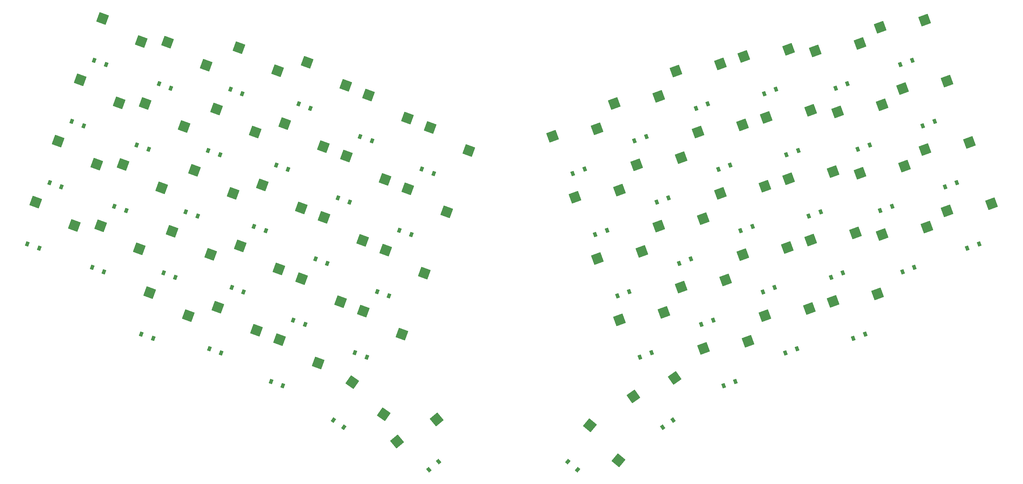
<source format=gbr>
%TF.GenerationSoftware,KiCad,Pcbnew,7.0.1-0*%
%TF.CreationDate,2023-04-16T11:56:44-05:00*%
%TF.ProjectId,tutorial,7475746f-7269-4616-9c2e-6b696361645f,v1.0.0*%
%TF.SameCoordinates,Original*%
%TF.FileFunction,Paste,Bot*%
%TF.FilePolarity,Positive*%
%FSLAX46Y46*%
G04 Gerber Fmt 4.6, Leading zero omitted, Abs format (unit mm)*
G04 Created by KiCad (PCBNEW 7.0.1-0) date 2023-04-16 11:56:44*
%MOMM*%
%LPD*%
G01*
G04 APERTURE LIST*
G04 Aperture macros list*
%AMRotRect*
0 Rectangle, with rotation*
0 The origin of the aperture is its center*
0 $1 length*
0 $2 width*
0 $3 Rotation angle, in degrees counterclockwise*
0 Add horizontal line*
21,1,$1,$2,0,0,$3*%
G04 Aperture macros list end*
%ADD10RotRect,2.600000X2.600000X20.000000*%
%ADD11RotRect,0.900000X1.200000X20.000000*%
%ADD12RotRect,0.900000X1.200000X340.000000*%
%ADD13RotRect,2.600000X2.600000X340.000000*%
%ADD14RotRect,0.900000X1.200000X40.000000*%
%ADD15RotRect,2.600000X2.600000X40.000000*%
%ADD16RotRect,0.900000X1.200000X320.000000*%
%ADD17RotRect,2.600000X2.600000X320.000000*%
%ADD18RotRect,2.600000X2.600000X35.000000*%
%ADD19RotRect,0.900000X1.200000X35.000000*%
%ADD20RotRect,2.600000X2.600000X325.000000*%
%ADD21RotRect,0.900000X1.200000X325.000000*%
G04 APERTURE END LIST*
D10*
%TO.C,S56*%
X194610817Y-115411372D03*
X206216711Y-113528363D03*
%TD*%
%TO.C,S38*%
X267756542Y-158492147D03*
X279362436Y-156609138D03*
%TD*%
D11*
%TO.C,D35*%
X280024548Y-134818550D03*
X283125534Y-133689884D03*
%TD*%
D12*
%TO.C,D10*%
X93131357Y-151122556D03*
X96232343Y-152251222D03*
%TD*%
D13*
%TO.C,S17*%
X124747683Y-112134715D03*
X134848688Y-118152371D03*
%TD*%
D12*
%TO.C,D25*%
X148834051Y-155966099D03*
X151935037Y-157094765D03*
%TD*%
D13*
%TO.C,S14*%
X107304657Y-160059046D03*
X117405662Y-166076702D03*
%TD*%
D11*
%TO.C,D39*%
X267214316Y-152251222D03*
X270315302Y-151122556D03*
%TD*%
%TO.C,D41*%
X255585629Y-120301674D03*
X258686615Y-119173008D03*
%TD*%
D10*
%TO.C,S33*%
X280038204Y-86978785D03*
X291644098Y-85095776D03*
%TD*%
D13*
%TO.C,S22*%
X140807092Y-120640318D03*
X150908097Y-126657974D03*
%TD*%
D10*
%TO.C,S43*%
X249987015Y-162299279D03*
X261592909Y-160416270D03*
%TD*%
D11*
%TO.C,D43*%
X255259143Y-172033128D03*
X258360129Y-170904462D03*
%TD*%
D13*
%TO.C,S8*%
X94167938Y-90894912D03*
X104268943Y-96912568D03*
%TD*%
D14*
%TO.C,D29*%
X162360178Y-202442823D03*
X164888124Y-200321623D03*
%TD*%
D13*
%TO.C,S19*%
X123364065Y-168564643D03*
X133465070Y-174582299D03*
%TD*%
%TO.C,S16*%
X118933331Y-128109490D03*
X129034336Y-134127146D03*
%TD*%
%TO.C,S26*%
X156866514Y-129145908D03*
X166967519Y-135163564D03*
%TD*%
D11*
%TO.C,D36*%
X274210197Y-118843775D03*
X277311183Y-117715109D03*
%TD*%
D12*
%TO.C,D17*%
X122529568Y-122980133D03*
X125630554Y-124108799D03*
%TD*%
%TO.C,D16*%
X116715215Y-138954912D03*
X119816201Y-140083578D03*
%TD*%
%TO.C,D26*%
X154648394Y-139991326D03*
X157749380Y-141119992D03*
%TD*%
%TO.C,D22*%
X138588985Y-131485733D03*
X141689971Y-132614399D03*
%TD*%
%TO.C,D1*%
X57592321Y-143508286D03*
X60693307Y-144636952D03*
%TD*%
D11*
%TO.C,D30*%
X302753350Y-144636956D03*
X305854336Y-143508290D03*
%TD*%
D12*
%TO.C,D21*%
X132774634Y-147460505D03*
X135875620Y-148589171D03*
%TD*%
D11*
%TO.C,D50*%
X227571039Y-148589176D03*
X230672025Y-147460510D03*
%TD*%
%TO.C,D34*%
X285838888Y-150793330D03*
X288939874Y-149664664D03*
%TD*%
%TO.C,D37*%
X268395861Y-102869004D03*
X271496847Y-101740338D03*
%TD*%
D10*
%TO.C,S39*%
X261942196Y-142517373D03*
X273548090Y-140634364D03*
%TD*%
D12*
%TO.C,D2*%
X63406668Y-127533516D03*
X66507654Y-128662182D03*
%TD*%
%TO.C,D15*%
X110900875Y-154929694D03*
X114001861Y-156058360D03*
%TD*%
D10*
%TO.C,S32*%
X285852542Y-102953556D03*
X297458436Y-101070547D03*
%TD*%
D12*
%TO.C,D3*%
X69221005Y-111558743D03*
X72321991Y-112687409D03*
%TD*%
D10*
%TO.C,S36*%
X268938078Y-109109921D03*
X280543972Y-107226912D03*
%TD*%
D13*
%TO.C,S15*%
X113118993Y-144084271D03*
X123219998Y-150101927D03*
%TD*%
%TO.C,S4*%
X77253469Y-84738549D03*
X87354474Y-90756205D03*
%TD*%
D11*
%TO.C,D32*%
X291124669Y-112687410D03*
X294225655Y-111558744D03*
%TD*%
D10*
%TO.C,S52*%
X210670236Y-106905771D03*
X222276130Y-105022762D03*
%TD*%
D13*
%TO.C,S10*%
X95349472Y-140277142D03*
X105450477Y-146294798D03*
%TD*%
D10*
%TO.C,S50*%
X222298916Y-138855324D03*
X233904810Y-136972315D03*
%TD*%
D13*
%TO.C,S7*%
X88353595Y-106869682D03*
X98454600Y-112887338D03*
%TD*%
%TO.C,S9*%
X89535134Y-156251914D03*
X99636139Y-162269570D03*
%TD*%
D12*
%TO.C,D12*%
X104760037Y-119173006D03*
X107861023Y-120301672D03*
%TD*%
%TO.C,D19*%
X121145958Y-179410059D03*
X124246944Y-180538725D03*
%TD*%
D13*
%TO.C,S20*%
X129178413Y-152589868D03*
X139279418Y-158607524D03*
%TD*%
D11*
%TO.C,D38*%
X273028660Y-168225994D03*
X276129646Y-167097328D03*
%TD*%
D10*
%TO.C,S55*%
X200425162Y-131386137D03*
X212031056Y-129503128D03*
%TD*%
D11*
%TO.C,D40*%
X261399976Y-136276451D03*
X264500962Y-135147785D03*
%TD*%
%TO.C,D56*%
X199882938Y-125145221D03*
X202983924Y-124016555D03*
%TD*%
D13*
%TO.C,S11*%
X101163818Y-124302363D03*
X111264823Y-130320019D03*
%TD*%
D11*
%TO.C,D33*%
X285310328Y-96712629D03*
X288411314Y-95583963D03*
%TD*%
%TO.C,D46*%
X237816114Y-124108802D03*
X240917100Y-122980136D03*
%TD*%
%TO.C,D47*%
X232001778Y-108134023D03*
X235102764Y-107005357D03*
%TD*%
D12*
%TO.C,D20*%
X126960285Y-163435280D03*
X130061271Y-164563946D03*
%TD*%
D11*
%TO.C,D31*%
X296939002Y-128662177D03*
X300039988Y-127533511D03*
%TD*%
%TO.C,D45*%
X243630460Y-140083579D03*
X246731446Y-138954913D03*
%TD*%
D12*
%TO.C,D18*%
X128343903Y-107005368D03*
X131444889Y-108134034D03*
%TD*%
D10*
%TO.C,S37*%
X263123737Y-93135146D03*
X274729631Y-91252137D03*
%TD*%
D13*
%TO.C,S25*%
X151052173Y-145120686D03*
X161153178Y-151138342D03*
%TD*%
D10*
%TO.C,S42*%
X244499166Y-94593040D03*
X256105060Y-92710031D03*
%TD*%
D15*
%TO.C,S29*%
X154076827Y-195099158D03*
X164338773Y-189360259D03*
%TD*%
D11*
%TO.C,D42*%
X249771294Y-104326897D03*
X252872280Y-103198231D03*
%TD*%
D13*
%TO.C,S24*%
X145237830Y-161095453D03*
X155338835Y-167113109D03*
%TD*%
D10*
%TO.C,S47*%
X226729648Y-98400173D03*
X238335542Y-96517164D03*
%TD*%
D13*
%TO.C,S5*%
X76724910Y-138819236D03*
X86825915Y-144836892D03*
%TD*%
D10*
%TO.C,S48*%
X233927598Y-170804870D03*
X245533492Y-168921861D03*
%TD*%
D16*
%TO.C,D58*%
X198558530Y-200321620D03*
X201086476Y-202442820D03*
%TD*%
D17*
%TO.C,S58*%
X204352233Y-190888907D03*
X211785913Y-199998402D03*
%TD*%
D10*
%TO.C,S40*%
X256127847Y-126542598D03*
X267733741Y-124659589D03*
%TD*%
D13*
%TO.C,S13*%
X112792502Y-92352808D03*
X122893507Y-98370464D03*
%TD*%
%TO.C,S21*%
X134992753Y-136615089D03*
X145093758Y-142632745D03*
%TD*%
%TO.C,S1*%
X59810436Y-132662877D03*
X69911441Y-138680533D03*
%TD*%
D12*
%TO.C,D11*%
X98945699Y-135147785D03*
X102046685Y-136276451D03*
%TD*%
%TO.C,D24*%
X143019709Y-171940870D03*
X146120695Y-173069536D03*
%TD*%
D11*
%TO.C,D44*%
X249444794Y-156058352D03*
X252545780Y-154929686D03*
%TD*%
D12*
%TO.C,D5*%
X74506791Y-149664662D03*
X77607777Y-150793328D03*
%TD*%
D10*
%TO.C,S30*%
X297481228Y-134903110D03*
X309087122Y-133020101D03*
%TD*%
D12*
%TO.C,D7*%
X86135477Y-117715111D03*
X89236463Y-118843777D03*
%TD*%
D13*
%TO.C,S2*%
X65624785Y-116688107D03*
X75725790Y-122705763D03*
%TD*%
D10*
%TO.C,S41*%
X250313509Y-110567823D03*
X261919403Y-108684814D03*
%TD*%
%TO.C,S45*%
X238358334Y-130349723D03*
X249964228Y-128466714D03*
%TD*%
D13*
%TO.C,S27*%
X162680853Y-113171123D03*
X172781858Y-119188779D03*
%TD*%
D10*
%TO.C,S49*%
X228113263Y-154830092D03*
X239719157Y-152947083D03*
%TD*%
D11*
%TO.C,D54*%
X211511624Y-157094768D03*
X214612610Y-155966102D03*
%TD*%
D10*
%TO.C,S51*%
X216484570Y-122880544D03*
X228090464Y-120997535D03*
%TD*%
D11*
%TO.C,D49*%
X233385383Y-164563950D03*
X236486369Y-163435284D03*
%TD*%
D13*
%TO.C,S6*%
X82539253Y-122844462D03*
X92640258Y-128862118D03*
%TD*%
D10*
%TO.C,S53*%
X212053843Y-163335683D03*
X223659737Y-161452674D03*
%TD*%
D11*
%TO.C,D53*%
X217325962Y-173069546D03*
X220426948Y-171940880D03*
%TD*%
D12*
%TO.C,D23*%
X144403315Y-115510958D03*
X147504301Y-116639624D03*
%TD*%
%TO.C,D4*%
X75035347Y-95583971D03*
X78136333Y-96712637D03*
%TD*%
D11*
%TO.C,D52*%
X215942353Y-116639624D03*
X219043339Y-115510958D03*
%TD*%
%TO.C,D55*%
X205697287Y-141119986D03*
X208798273Y-139991320D03*
%TD*%
D12*
%TO.C,D13*%
X110574383Y-103198230D03*
X113675369Y-104326896D03*
%TD*%
D10*
%TO.C,S54*%
X217845394Y-145477899D03*
X206239500Y-147360908D03*
%TD*%
D13*
%TO.C,S23*%
X146621436Y-104665539D03*
X156722441Y-110683195D03*
%TD*%
D18*
%TO.C,S57*%
X215689854Y-183349446D03*
X226412929Y-178526773D03*
%TD*%
D12*
%TO.C,D14*%
X105086532Y-170904457D03*
X108187518Y-172033123D03*
%TD*%
D11*
%TO.C,D48*%
X239199718Y-180538715D03*
X242300704Y-179410049D03*
%TD*%
D19*
%TO.C,D57*%
X223301634Y-191387104D03*
X226004836Y-189494302D03*
%TD*%
D13*
%TO.C,S12*%
X106978170Y-108327587D03*
X117079175Y-114345243D03*
%TD*%
D10*
%TO.C,S34*%
X280566759Y-141059470D03*
X292172653Y-139176461D03*
%TD*%
D20*
%TO.C,S28*%
X142391360Y-179592520D03*
X150590698Y-188019462D03*
%TD*%
D12*
%TO.C,D6*%
X80321137Y-133689878D03*
X83422123Y-134818544D03*
%TD*%
D10*
%TO.C,S35*%
X274752424Y-125084697D03*
X286358318Y-123201688D03*
%TD*%
%TO.C,S44*%
X244172678Y-146324500D03*
X255778572Y-144441491D03*
%TD*%
%TO.C,S31*%
X291666888Y-118928338D03*
X303272782Y-117045329D03*
%TD*%
D11*
%TO.C,D51*%
X221756696Y-132614393D03*
X224857682Y-131485727D03*
%TD*%
D13*
%TO.C,S18*%
X130562021Y-96159941D03*
X140663026Y-102177597D03*
%TD*%
D12*
%TO.C,D27*%
X160462734Y-124016552D03*
X163563720Y-125145218D03*
%TD*%
D21*
%TO.C,D28*%
X137441821Y-189494301D03*
X140145023Y-191387103D03*
%TD*%
D12*
%TO.C,D9*%
X87317013Y-167097325D03*
X90417999Y-168225991D03*
%TD*%
D13*
%TO.C,S3*%
X71439132Y-100713325D03*
X81540137Y-106730981D03*
%TD*%
D12*
%TO.C,D8*%
X91949813Y-101740336D03*
X95050799Y-102869002D03*
%TD*%
D10*
%TO.C,S46*%
X232543999Y-114374952D03*
X244149893Y-112491943D03*
%TD*%
M02*

</source>
